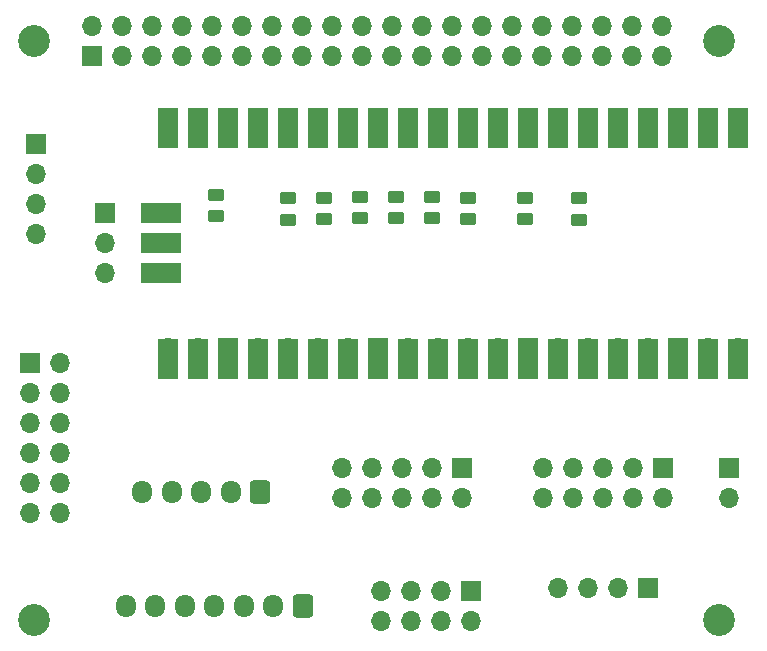
<source format=gts>
G04 #@! TF.GenerationSoftware,KiCad,Pcbnew,7.0.0-da2b9df05c~163~ubuntu22.04.1*
G04 #@! TF.CreationDate,2023-02-20T16:41:22+00:00*
G04 #@! TF.ProjectId,mt32pipico,6d743332-7069-4706-9963-6f2e6b696361,rev?*
G04 #@! TF.SameCoordinates,Original*
G04 #@! TF.FileFunction,Soldermask,Top*
G04 #@! TF.FilePolarity,Negative*
%FSLAX46Y46*%
G04 Gerber Fmt 4.6, Leading zero omitted, Abs format (unit mm)*
G04 Created by KiCad (PCBNEW 7.0.0-da2b9df05c~163~ubuntu22.04.1) date 2023-02-20 16:41:22*
%MOMM*%
%LPD*%
G01*
G04 APERTURE LIST*
G04 Aperture macros list*
%AMRoundRect*
0 Rectangle with rounded corners*
0 $1 Rounding radius*
0 $2 $3 $4 $5 $6 $7 $8 $9 X,Y pos of 4 corners*
0 Add a 4 corners polygon primitive as box body*
4,1,4,$2,$3,$4,$5,$6,$7,$8,$9,$2,$3,0*
0 Add four circle primitives for the rounded corners*
1,1,$1+$1,$2,$3*
1,1,$1+$1,$4,$5*
1,1,$1+$1,$6,$7*
1,1,$1+$1,$8,$9*
0 Add four rect primitives between the rounded corners*
20,1,$1+$1,$2,$3,$4,$5,0*
20,1,$1+$1,$4,$5,$6,$7,0*
20,1,$1+$1,$6,$7,$8,$9,0*
20,1,$1+$1,$8,$9,$2,$3,0*%
G04 Aperture macros list end*
%ADD10RoundRect,0.250000X-0.450000X0.262500X-0.450000X-0.262500X0.450000X-0.262500X0.450000X0.262500X0*%
%ADD11R,1.700000X1.700000*%
%ADD12O,1.700000X1.700000*%
%ADD13C,2.700000*%
%ADD14RoundRect,0.250000X0.600000X0.725000X-0.600000X0.725000X-0.600000X-0.725000X0.600000X-0.725000X0*%
%ADD15O,1.700000X1.950000*%
%ADD16R,1.700000X3.500000*%
%ADD17R,3.500000X1.700000*%
G04 APERTURE END LIST*
D10*
X203708000Y-74629000D03*
X203708000Y-76454000D03*
D11*
X188467999Y-70357999D03*
D12*
X188467999Y-72897999D03*
X188467999Y-75437999D03*
X188467999Y-77977999D03*
D10*
X218948000Y-74779500D03*
X218948000Y-76604500D03*
D13*
X188280000Y-61585000D03*
D10*
X234442000Y-74891500D03*
X234442000Y-76716500D03*
X225044000Y-74883000D03*
X225044000Y-76708000D03*
D11*
X224535999Y-97789999D03*
D12*
X224535999Y-100329999D03*
X221995999Y-97789999D03*
X221995999Y-100329999D03*
X219455999Y-97789999D03*
X219455999Y-100329999D03*
X216915999Y-97789999D03*
X216915999Y-100329999D03*
X214375999Y-97789999D03*
X214375999Y-100329999D03*
D11*
X225297999Y-108203999D03*
D12*
X225297999Y-110743999D03*
X222757999Y-108203999D03*
X222757999Y-110743999D03*
X220217999Y-108203999D03*
X220217999Y-110743999D03*
X217677999Y-108203999D03*
X217677999Y-110743999D03*
D11*
X241553999Y-97789999D03*
D12*
X241553999Y-100329999D03*
X239013999Y-97789999D03*
X239013999Y-100329999D03*
X236473999Y-97789999D03*
X236473999Y-100329999D03*
X233933999Y-97789999D03*
X233933999Y-100329999D03*
X231393999Y-97789999D03*
X231393999Y-100329999D03*
D10*
X215900000Y-74779500D03*
X215900000Y-76604500D03*
D11*
X194309999Y-76199999D03*
D12*
X194309999Y-78739999D03*
X194309999Y-81279999D03*
D14*
X207438000Y-99822000D03*
D15*
X204937999Y-99821999D03*
X202437999Y-99821999D03*
X199937999Y-99821999D03*
X197437999Y-99821999D03*
D12*
X247903999Y-69849999D03*
D16*
X247903999Y-68949999D03*
D12*
X245363999Y-69849999D03*
D16*
X245363999Y-68949999D03*
D11*
X242823999Y-69849999D03*
D16*
X242823999Y-68949999D03*
D12*
X240283999Y-69849999D03*
D16*
X240283999Y-68949999D03*
D12*
X237743999Y-69849999D03*
D16*
X237743999Y-68949999D03*
D12*
X235203999Y-69849999D03*
D16*
X235203999Y-68949999D03*
D12*
X232663999Y-69849999D03*
D16*
X232663999Y-68949999D03*
D11*
X230123999Y-69849999D03*
D16*
X230123999Y-68949999D03*
D12*
X227583999Y-69849999D03*
D16*
X227583999Y-68949999D03*
D12*
X225043999Y-69849999D03*
D16*
X225043999Y-68949999D03*
D12*
X222503999Y-69849999D03*
D16*
X222503999Y-68949999D03*
D12*
X219963999Y-69849999D03*
D16*
X219963999Y-68949999D03*
D11*
X217423999Y-69849999D03*
D16*
X217423999Y-68949999D03*
D12*
X214883999Y-69849999D03*
D16*
X214883999Y-68949999D03*
D12*
X212343999Y-69849999D03*
D16*
X212343999Y-68949999D03*
D12*
X209803999Y-69849999D03*
D16*
X209803999Y-68949999D03*
D12*
X207263999Y-69849999D03*
D16*
X207263999Y-68949999D03*
D11*
X204723999Y-69849999D03*
D16*
X204723999Y-68949999D03*
D12*
X202183999Y-69849999D03*
D16*
X202183999Y-68949999D03*
D12*
X199643999Y-69849999D03*
D16*
X199643999Y-68949999D03*
D12*
X199643999Y-87629999D03*
D16*
X199643999Y-88529999D03*
D12*
X202183999Y-87629999D03*
D16*
X202183999Y-88529999D03*
D11*
X204723999Y-87629999D03*
D16*
X204723999Y-88529999D03*
D12*
X207263999Y-87629999D03*
D16*
X207263999Y-88529999D03*
D12*
X209803999Y-87629999D03*
D16*
X209803999Y-88529999D03*
D12*
X212343999Y-87629999D03*
D16*
X212343999Y-88529999D03*
D12*
X214883999Y-87629999D03*
D16*
X214883999Y-88529999D03*
D11*
X217423999Y-87629999D03*
D16*
X217423999Y-88529999D03*
D12*
X219963999Y-87629999D03*
D16*
X219963999Y-88529999D03*
D12*
X222503999Y-87629999D03*
D16*
X222503999Y-88529999D03*
D12*
X225043999Y-87629999D03*
D16*
X225043999Y-88529999D03*
D12*
X227583999Y-87629999D03*
D16*
X227583999Y-88529999D03*
D11*
X230123999Y-87629999D03*
D16*
X230123999Y-88529999D03*
D12*
X232663999Y-87629999D03*
D16*
X232663999Y-88529999D03*
D12*
X235203999Y-87629999D03*
D16*
X235203999Y-88529999D03*
D12*
X237743999Y-87629999D03*
D16*
X237743999Y-88529999D03*
D12*
X240283999Y-87629999D03*
D16*
X240283999Y-88529999D03*
D11*
X242823999Y-87629999D03*
D16*
X242823999Y-88529999D03*
D12*
X245363999Y-87629999D03*
D16*
X245363999Y-88529999D03*
D12*
X247903999Y-87629999D03*
D16*
X247903999Y-88529999D03*
D12*
X199873999Y-76199999D03*
D17*
X198973999Y-76199999D03*
D11*
X199873999Y-78739999D03*
D17*
X198973999Y-78739999D03*
D12*
X199873999Y-81279999D03*
D17*
X198973999Y-81279999D03*
D14*
X211034000Y-109474000D03*
D15*
X208533999Y-109473999D03*
X206033999Y-109473999D03*
X203533999Y-109473999D03*
X201033999Y-109473999D03*
X198533999Y-109473999D03*
X196033999Y-109473999D03*
D10*
X229870000Y-74883000D03*
X229870000Y-76708000D03*
X212852000Y-74883000D03*
X212852000Y-76708000D03*
D11*
X240273999Y-107949999D03*
D12*
X237733999Y-107949999D03*
X235193999Y-107949999D03*
X232653999Y-107949999D03*
D13*
X188280000Y-110585000D03*
D10*
X221996000Y-74779500D03*
X221996000Y-76604500D03*
D11*
X247141999Y-97784999D03*
D12*
X247141999Y-100324999D03*
D10*
X209804000Y-74906500D03*
X209804000Y-76731500D03*
D13*
X246280000Y-110585000D03*
X246280000Y-61585000D03*
D11*
X187959999Y-88899999D03*
D12*
X190499999Y-88899999D03*
X187959999Y-91439999D03*
X190499999Y-91439999D03*
X187959999Y-93979999D03*
X190499999Y-93979999D03*
X187959999Y-96519999D03*
X190499999Y-96519999D03*
X187959999Y-99059999D03*
X190499999Y-99059999D03*
X187959999Y-101599999D03*
X190499999Y-101599999D03*
D11*
X193149999Y-62854999D03*
D12*
X193149999Y-60314999D03*
X195689999Y-62854999D03*
X195689999Y-60314999D03*
X198229999Y-62854999D03*
X198229999Y-60314999D03*
X200769999Y-62854999D03*
X200769999Y-60314999D03*
X203309999Y-62854999D03*
X203309999Y-60314999D03*
X205849999Y-62854999D03*
X205849999Y-60314999D03*
X208389999Y-62854999D03*
X208389999Y-60314999D03*
X210929999Y-62854999D03*
X210929999Y-60314999D03*
X213469999Y-62854999D03*
X213469999Y-60314999D03*
X216009999Y-62854999D03*
X216009999Y-60314999D03*
X218549999Y-62854999D03*
X218549999Y-60314999D03*
X221089999Y-62854999D03*
X221089999Y-60314999D03*
X223629999Y-62854999D03*
X223629999Y-60314999D03*
X226169999Y-62854999D03*
X226169999Y-60314999D03*
X228709999Y-62854999D03*
X228709999Y-60314999D03*
X231249999Y-62854999D03*
X231249999Y-60314999D03*
X233789999Y-62854999D03*
X233789999Y-60314999D03*
X236329999Y-62854999D03*
X236329999Y-60314999D03*
X238869999Y-62854999D03*
X238869999Y-60314999D03*
X241409999Y-62854999D03*
X241409999Y-60314999D03*
M02*

</source>
